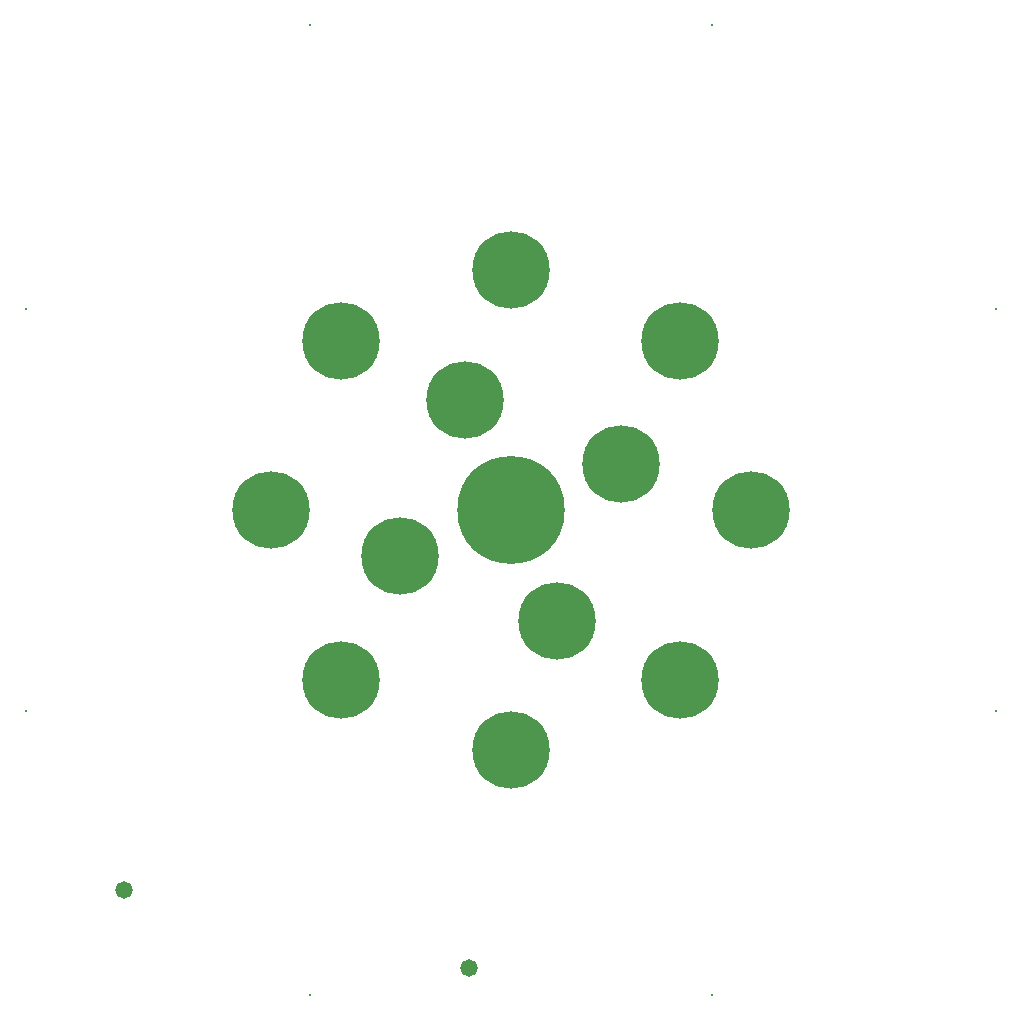
<source format=gbs>
G04*
G04 #@! TF.GenerationSoftware,Altium Limited,Altium Designer,18.1.9 (240)*
G04*
G04 Layer_Color=16711935*
%FSTAX25Y25*%
%MOIN*%
G70*
G01*
G75*
%ADD12C,0.25800*%
%ADD13O,0.35800X0.35900*%
%ADD15C,0.05800*%
%ADD21C,0.00800*%
D12*
X0536955Y0515307D02*
D03*
X0484693Y0536955D02*
D03*
X0463045Y0484693D02*
D03*
X0515307Y0463045D02*
D03*
X058Y05D02*
D03*
X042D02*
D03*
X0556568Y0556568D02*
D03*
X05Y058D02*
D03*
X0443432Y0556568D02*
D03*
Y0443432D02*
D03*
X05Y042D02*
D03*
X0556568Y0443432D02*
D03*
D13*
X05Y05D02*
D03*
D15*
X0486Y03475D02*
D03*
X0371Y03735D02*
D03*
D21*
X06617Y0433D02*
D03*
X0567Y03383D02*
D03*
X0433D02*
D03*
X03383Y0433D02*
D03*
Y0567D02*
D03*
X0433Y06617D02*
D03*
X0567D02*
D03*
X06617Y0567D02*
D03*
M02*

</source>
